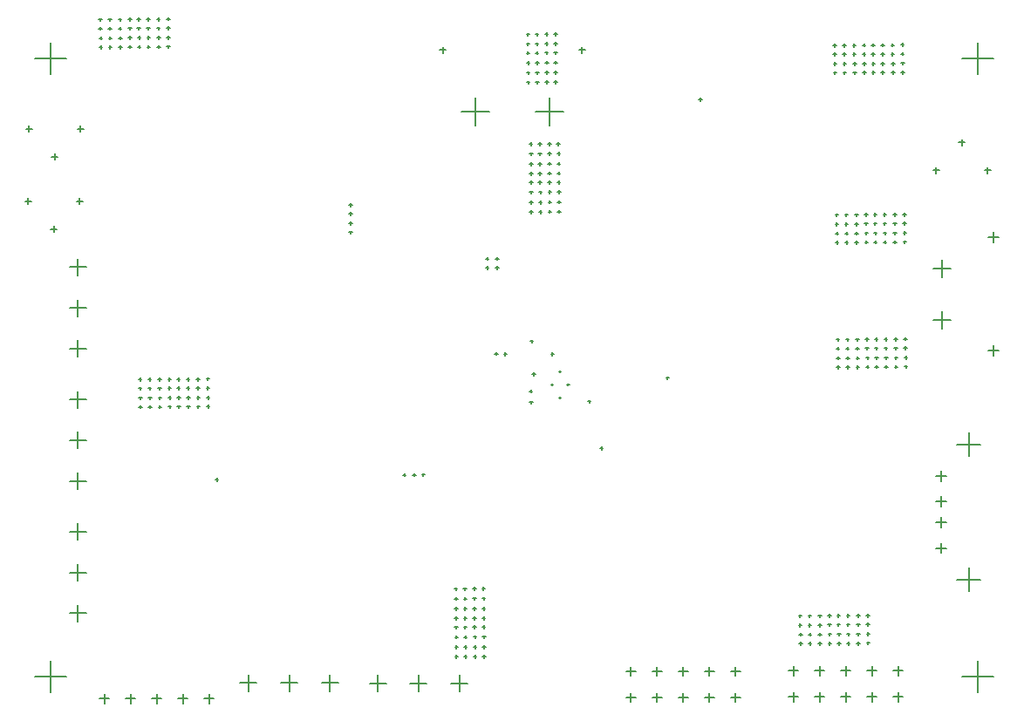
<source format=gbr>
%TF.GenerationSoftware,Altium Limited,Altium Designer,22.5.1 (42)*%
G04 Layer_Color=128*
%FSLAX44Y44*%
%MOMM*%
%TF.SameCoordinates,B102F14A-A54C-4FC6-BF91-0F17097562DF*%
%TF.FilePolarity,Positive*%
%TF.FileFunction,Drillmap*%
%TF.Part,Single*%
G01*
G75*
%TA.AperFunction,NonConductor*%
%ADD72C,0.1270*%
D72*
X407000Y46250D02*
X424000D01*
X415500Y37750D02*
Y54750D01*
X407000Y96250D02*
X424000D01*
X415500Y87750D02*
Y104750D01*
X460500Y16250D02*
X470500D01*
X465500Y11250D02*
Y21250D01*
X460500Y126250D02*
X470500D01*
X465500Y121250D02*
Y131250D01*
X43750Y-3750D02*
X45750D01*
X44750Y-4750D02*
Y-2750D01*
X43750Y-29250D02*
X45750D01*
X44750Y-30250D02*
Y-28250D01*
X36000Y-16500D02*
X38000D01*
X37000Y-17500D02*
Y-15500D01*
X51500Y-16500D02*
X53500D01*
X52500Y-17500D02*
Y-15500D01*
X-431500Y-238700D02*
X-415500D01*
X-423500Y-246700D02*
Y-230700D01*
X-431500Y-159500D02*
X-415500D01*
X-423500Y-167500D02*
Y-151500D01*
X-431500Y-199100D02*
X-415500D01*
X-423500Y-207100D02*
Y-191100D01*
X-431500Y18300D02*
X-415500D01*
X-423500Y10300D02*
Y26300D01*
X-431500Y97500D02*
X-415500D01*
X-423500Y89500D02*
Y105500D01*
X-431500Y57900D02*
X-415500D01*
X-423500Y49900D02*
Y65900D01*
X-449750Y134500D02*
X-443750D01*
X-446750Y131500D02*
Y137500D01*
X-474750Y161500D02*
X-468750D01*
X-471750Y158500D02*
Y164500D01*
X-424750Y161500D02*
X-418750D01*
X-421750Y158500D02*
Y164500D01*
X-449000Y204750D02*
X-443000D01*
X-446000Y201750D02*
Y207750D01*
X-474000Y231750D02*
X-468000D01*
X-471000Y228750D02*
Y234750D01*
X-424000Y231750D02*
X-418000D01*
X-421000Y228750D02*
Y234750D01*
X108800Y-320400D02*
X117800D01*
X113300Y-324900D02*
Y-315900D01*
X108800Y-295000D02*
X117800D01*
X113300Y-299500D02*
Y-290500D01*
X159600Y-320400D02*
X168600D01*
X164100Y-324900D02*
Y-315900D01*
X159600Y-295000D02*
X168600D01*
X164100Y-299500D02*
Y-290500D01*
X210400Y-320400D02*
X219400D01*
X214900Y-324900D02*
Y-315900D01*
X185000Y-320400D02*
X194000D01*
X189500Y-324900D02*
Y-315900D01*
X185000Y-295000D02*
X194000D01*
X189500Y-299500D02*
Y-290500D01*
X210400Y-295000D02*
X219400D01*
X214900Y-299500D02*
Y-290500D01*
X134200Y-295000D02*
X143200D01*
X138700Y-299500D02*
Y-290500D01*
X134200Y-320400D02*
X143200D01*
X138700Y-324900D02*
Y-315900D01*
X409400Y-130300D02*
X419400D01*
X414400Y-135300D02*
Y-125300D01*
X409400Y-105300D02*
X419400D01*
X414400Y-110300D02*
Y-100300D01*
X409400Y-150300D02*
X419400D01*
X414400Y-155300D02*
Y-145300D01*
X409400Y-175300D02*
X419400D01*
X414400Y-180300D02*
Y-170300D01*
X430000Y-206000D02*
X453000D01*
X441500Y-217500D02*
Y-194500D01*
X430000Y-74600D02*
X453000D01*
X441500Y-86100D02*
Y-63100D01*
X431750Y218500D02*
X437750D01*
X434750Y215500D02*
Y221500D01*
X456750Y191500D02*
X462750D01*
X459750Y188500D02*
Y194500D01*
X406750Y191500D02*
X412750D01*
X409750Y188500D02*
Y194500D01*
X-51000Y248250D02*
X-24000D01*
X-37500Y234750D02*
Y261750D01*
X21000Y248250D02*
X48000D01*
X34500Y234750D02*
Y261750D01*
X-72000Y308250D02*
X-66000D01*
X-69000Y305250D02*
Y311250D01*
X63000Y308250D02*
X69000D01*
X66000Y305250D02*
Y311250D01*
X-431500Y-110200D02*
X-415500D01*
X-423500Y-118200D02*
Y-102200D01*
X-431500Y-31000D02*
X-415500D01*
X-423500Y-39000D02*
Y-23000D01*
X-431500Y-70600D02*
X-415500D01*
X-423500Y-78600D02*
Y-62600D01*
X292000Y-319900D02*
X301000D01*
X296500Y-324400D02*
Y-315400D01*
X292000Y-294500D02*
X301000D01*
X296500Y-299000D02*
Y-290000D01*
X368200Y-294500D02*
X377200D01*
X372700Y-299000D02*
Y-290000D01*
X342800Y-294500D02*
X351800D01*
X347300Y-299000D02*
Y-290000D01*
X342800Y-319900D02*
X351800D01*
X347300Y-324400D02*
Y-315400D01*
X368200Y-319900D02*
X377200D01*
X372700Y-324400D02*
Y-315400D01*
X317400Y-294500D02*
X326400D01*
X321900Y-299000D02*
Y-290000D01*
X317400Y-319900D02*
X326400D01*
X321900Y-324400D02*
Y-315400D01*
X266600Y-294500D02*
X275600D01*
X271100Y-299000D02*
Y-290000D01*
X266600Y-319900D02*
X275600D01*
X271100Y-324400D02*
Y-315400D01*
X-402300Y-321500D02*
X-393300D01*
X-397800Y-326000D02*
Y-317000D01*
X-351500Y-321500D02*
X-342500D01*
X-347000Y-326000D02*
Y-317000D01*
X-326100Y-321500D02*
X-317100D01*
X-321600Y-326000D02*
Y-317000D01*
X-300700Y-321500D02*
X-291700D01*
X-296200Y-326000D02*
Y-317000D01*
X-376900Y-321500D02*
X-367900D01*
X-372400Y-326000D02*
Y-317000D01*
X-465000Y300000D02*
X-435000D01*
X-450000Y285000D02*
Y315000D01*
X435000Y300000D02*
X465000D01*
X450000Y285000D02*
Y315000D01*
X-465000Y-300000D02*
X-435000D01*
X-450000Y-315000D02*
Y-285000D01*
X435000Y-300000D02*
X465000D01*
X450000Y-315000D02*
Y-285000D01*
X-226250Y-306250D02*
X-210250D01*
X-218250Y-314250D02*
Y-298250D01*
X-265850Y-306250D02*
X-249850D01*
X-257850Y-314250D02*
Y-298250D01*
X-186650Y-306250D02*
X-170650D01*
X-178650Y-314250D02*
Y-298250D01*
X-100750Y-306500D02*
X-84750D01*
X-92750Y-314500D02*
Y-298500D01*
X-140350Y-306500D02*
X-124350D01*
X-132350Y-314500D02*
Y-298500D01*
X-61150Y-306500D02*
X-45150D01*
X-53150Y-314500D02*
Y-298500D01*
X-290000Y-108750D02*
X-287000D01*
X-288500Y-110250D02*
Y-107250D01*
X-39750Y-243250D02*
X-36750D01*
X-38250Y-244750D02*
Y-241750D01*
X-31000Y-243250D02*
X-28000D01*
X-29500Y-244750D02*
Y-241750D01*
X-49000Y-243500D02*
X-46000D01*
X-47500Y-245000D02*
Y-242000D01*
X-57750Y-243500D02*
X-54750D01*
X-56250Y-245000D02*
Y-242000D01*
X-39750Y-234000D02*
X-36750D01*
X-38250Y-235500D02*
Y-232500D01*
X-31000Y-234000D02*
X-28000D01*
X-29500Y-235500D02*
Y-232500D01*
X-49000Y-234250D02*
X-46000D01*
X-47500Y-235750D02*
Y-232750D01*
X-57750Y-234250D02*
X-54750D01*
X-56250Y-235750D02*
Y-232750D01*
X-39750Y-224250D02*
X-36750D01*
X-38250Y-225750D02*
Y-222750D01*
X-31000Y-224250D02*
X-28000D01*
X-29500Y-225750D02*
Y-222750D01*
X-49000Y-224500D02*
X-46000D01*
X-47500Y-226000D02*
Y-223000D01*
X-57750Y-224500D02*
X-54750D01*
X-56250Y-226000D02*
Y-223000D01*
X-40000Y-214750D02*
X-37000D01*
X-38500Y-216250D02*
Y-213250D01*
X-31250Y-214750D02*
X-28250D01*
X-29750Y-216250D02*
Y-213250D01*
X-49250Y-215000D02*
X-46250D01*
X-47750Y-216500D02*
Y-213500D01*
X-58000Y-215000D02*
X-55000D01*
X-56500Y-216500D02*
Y-213500D01*
X-57750Y-252250D02*
X-54750D01*
X-56250Y-253750D02*
Y-250750D01*
X-49000Y-252250D02*
X-46000D01*
X-47500Y-253750D02*
Y-250750D01*
X-31000Y-252000D02*
X-28000D01*
X-29500Y-253500D02*
Y-250500D01*
X-39750Y-252000D02*
X-36750D01*
X-38250Y-253500D02*
Y-250500D01*
X-57500Y-261750D02*
X-54500D01*
X-56000Y-263250D02*
Y-260250D01*
X-48750Y-261750D02*
X-45750D01*
X-47250Y-263250D02*
Y-260250D01*
X-30750Y-261500D02*
X-27750D01*
X-29250Y-263000D02*
Y-260000D01*
X-39500Y-261500D02*
X-36500D01*
X-38000Y-263000D02*
Y-260000D01*
X-57500Y-271500D02*
X-54500D01*
X-56000Y-273000D02*
Y-270000D01*
X-48750Y-271500D02*
X-45750D01*
X-47250Y-273000D02*
Y-270000D01*
X-30750Y-271250D02*
X-27750D01*
X-29250Y-272750D02*
Y-269750D01*
X-39500Y-271250D02*
X-36500D01*
X-38000Y-272750D02*
Y-269750D01*
X-57500Y-280750D02*
X-54500D01*
X-56000Y-282250D02*
Y-279250D01*
X-48750Y-280750D02*
X-45750D01*
X-47250Y-282250D02*
Y-279250D01*
X-30750Y-280500D02*
X-27750D01*
X-29250Y-282000D02*
Y-279000D01*
X-39500Y-280500D02*
X-36500D01*
X-38000Y-282000D02*
Y-279000D01*
X-327000Y-29250D02*
X-324000D01*
X-325500Y-30750D02*
Y-27750D01*
X-327000Y-38000D02*
X-324000D01*
X-325500Y-39500D02*
Y-36500D01*
X-327250Y-20000D02*
X-324250D01*
X-325750Y-21500D02*
Y-18500D01*
X-327250Y-11250D02*
X-324250D01*
X-325750Y-12750D02*
Y-9750D01*
X-317750Y-29250D02*
X-314750D01*
X-316250Y-30750D02*
Y-27750D01*
X-317750Y-38000D02*
X-314750D01*
X-316250Y-39500D02*
Y-36500D01*
X-318000Y-20000D02*
X-315000D01*
X-316500Y-21500D02*
Y-18500D01*
X-318000Y-11250D02*
X-315000D01*
X-316500Y-12750D02*
Y-9750D01*
X-308000Y-29250D02*
X-305000D01*
X-306500Y-30750D02*
Y-27750D01*
X-308000Y-38000D02*
X-305000D01*
X-306500Y-39500D02*
Y-36500D01*
X-308250Y-20000D02*
X-305250D01*
X-306750Y-21500D02*
Y-18500D01*
X-308250Y-11250D02*
X-305250D01*
X-306750Y-12750D02*
Y-9750D01*
X-298500Y-29000D02*
X-295500D01*
X-297000Y-30500D02*
Y-27500D01*
X-298500Y-37750D02*
X-295500D01*
X-297000Y-39250D02*
Y-36250D01*
X-298750Y-19750D02*
X-295750D01*
X-297250Y-21250D02*
Y-18250D01*
X-298750Y-11000D02*
X-295750D01*
X-297250Y-12500D02*
Y-9500D01*
X-336000Y-11250D02*
X-333000D01*
X-334500Y-12750D02*
Y-9750D01*
X-336000Y-20000D02*
X-333000D01*
X-334500Y-21500D02*
Y-18500D01*
X-335750Y-38000D02*
X-332750D01*
X-334250Y-39500D02*
Y-36500D01*
X-335750Y-29250D02*
X-332750D01*
X-334250Y-30750D02*
Y-27750D01*
X-345500Y-11500D02*
X-342500D01*
X-344000Y-13000D02*
Y-10000D01*
X-345500Y-20250D02*
X-342500D01*
X-344000Y-21750D02*
Y-18750D01*
X-345250Y-38250D02*
X-342250D01*
X-343750Y-39750D02*
Y-36750D01*
X-345250Y-29500D02*
X-342250D01*
X-343750Y-31000D02*
Y-28000D01*
X-355250Y-11500D02*
X-352250D01*
X-353750Y-13000D02*
Y-10000D01*
X-355250Y-20250D02*
X-352250D01*
X-353750Y-21750D02*
Y-18750D01*
X-355000Y-38250D02*
X-352000D01*
X-353500Y-39750D02*
Y-36750D01*
X-355000Y-29500D02*
X-352000D01*
X-353500Y-31000D02*
Y-28000D01*
X-364500Y-11500D02*
X-361500D01*
X-363000Y-13000D02*
Y-10000D01*
X-364500Y-20250D02*
X-361500D01*
X-363000Y-21750D02*
Y-18750D01*
X-364250Y-38250D02*
X-361250D01*
X-362750Y-39750D02*
Y-36750D01*
X-364250Y-29500D02*
X-361250D01*
X-362750Y-31000D02*
Y-28000D01*
X41500Y217250D02*
X44500D01*
X43000Y215750D02*
Y218750D01*
X14750Y217000D02*
X17750D01*
X16250Y215500D02*
Y218500D01*
X23500Y217000D02*
X26500D01*
X25000Y215500D02*
Y218500D01*
X32750Y217250D02*
X35750D01*
X34250Y215750D02*
Y218750D01*
X15000Y207500D02*
X18000D01*
X16500Y206000D02*
Y209000D01*
X23750Y207500D02*
X26750D01*
X25250Y206000D02*
Y209000D01*
X41750Y207750D02*
X44750D01*
X43250Y206250D02*
Y209250D01*
X33000Y207750D02*
X36000D01*
X34500Y206250D02*
Y209250D01*
X15000Y197750D02*
X18000D01*
X16500Y196250D02*
Y199250D01*
X23750Y197750D02*
X26750D01*
X25250Y196250D02*
Y199250D01*
X41750Y198000D02*
X44750D01*
X43250Y196500D02*
Y199500D01*
X33000Y198000D02*
X36000D01*
X34500Y196500D02*
Y199500D01*
X33000Y180000D02*
X36000D01*
X34500Y178500D02*
Y181500D01*
X41750Y180000D02*
X44750D01*
X43250Y178500D02*
Y181500D01*
X23750Y179750D02*
X26750D01*
X25250Y178250D02*
Y181250D01*
X41750Y188750D02*
X44750D01*
X43250Y187250D02*
Y190250D01*
X15000Y179750D02*
X18000D01*
X16500Y178250D02*
Y181250D01*
X33250Y170500D02*
X36250D01*
X34750Y169000D02*
Y172000D01*
X42000Y170500D02*
X45000D01*
X43500Y169000D02*
Y172000D01*
X24000Y170250D02*
X27000D01*
X25500Y168750D02*
Y171750D01*
X15250Y170250D02*
X18250D01*
X16750Y168750D02*
Y171750D01*
X15000Y188500D02*
X18000D01*
X16500Y187000D02*
Y190000D01*
X23750Y188500D02*
X26750D01*
X25250Y187000D02*
Y190000D01*
X33000Y188750D02*
X36000D01*
X34500Y187250D02*
Y190250D01*
X24000Y151250D02*
X27000D01*
X25500Y149750D02*
Y152750D01*
X33250Y151500D02*
X36250D01*
X34750Y150000D02*
Y153000D01*
X42000Y151500D02*
X45000D01*
X43500Y150000D02*
Y153000D01*
X15250Y151250D02*
X18250D01*
X16750Y149750D02*
Y152750D01*
X33250Y160750D02*
X36250D01*
X34750Y159250D02*
Y162250D01*
X42000Y160750D02*
X45000D01*
X43500Y159250D02*
Y162250D01*
X24000Y160500D02*
X27000D01*
X25500Y159000D02*
Y162000D01*
X15250Y160500D02*
X18250D01*
X16750Y159000D02*
Y162000D01*
X-27500Y105750D02*
X-24500D01*
X-26000Y104250D02*
Y107250D01*
X-27500Y97000D02*
X-24500D01*
X-26000Y95500D02*
Y98500D01*
X-17750Y105750D02*
X-14750D01*
X-16250Y104250D02*
Y107250D01*
X-17750Y97000D02*
X-14750D01*
X-16250Y95500D02*
Y98500D01*
X83250Y-78500D02*
X86250D01*
X84750Y-80000D02*
Y-77000D01*
X30250Y277250D02*
X33250D01*
X31750Y275750D02*
Y278750D01*
X39000Y277250D02*
X42000D01*
X40500Y275750D02*
Y278750D01*
X21000Y277000D02*
X24000D01*
X22500Y275500D02*
Y278500D01*
X12250Y277000D02*
X15250D01*
X13750Y275500D02*
Y278500D01*
X30250Y286500D02*
X33250D01*
X31750Y285000D02*
Y288000D01*
X39000Y286500D02*
X42000D01*
X40500Y285000D02*
Y288000D01*
X21000Y286250D02*
X24000D01*
X22500Y284750D02*
Y287750D01*
X12250Y286250D02*
X15250D01*
X13750Y284750D02*
Y287750D01*
X30250Y296250D02*
X33250D01*
X31750Y294750D02*
Y297750D01*
X39000Y296250D02*
X42000D01*
X40500Y294750D02*
Y297750D01*
X21000Y296000D02*
X24000D01*
X22500Y294500D02*
Y297500D01*
X12250Y296000D02*
X15250D01*
X13750Y294500D02*
Y297500D01*
X30000Y305750D02*
X33000D01*
X31500Y304250D02*
Y307250D01*
X38750Y305750D02*
X41750D01*
X40250Y304250D02*
Y307250D01*
X20750Y305500D02*
X23750D01*
X22250Y304000D02*
Y307000D01*
X12000Y305500D02*
X15000D01*
X13500Y304000D02*
Y307000D01*
X12000Y323500D02*
X15000D01*
X13500Y322000D02*
Y325000D01*
X20750Y323500D02*
X23750D01*
X22250Y322000D02*
Y325000D01*
X38750Y323750D02*
X41750D01*
X40250Y322250D02*
Y325250D01*
X30000Y323750D02*
X33000D01*
X31500Y322250D02*
Y325250D01*
X12000Y314250D02*
X15000D01*
X13500Y312750D02*
Y315750D01*
X20750Y314250D02*
X23750D01*
X22250Y312750D02*
Y315750D01*
X38750Y314500D02*
X41750D01*
X40250Y313000D02*
Y316000D01*
X30000Y314500D02*
X33000D01*
X31500Y313000D02*
Y316000D01*
X-337000Y311750D02*
X-334000D01*
X-335500Y310250D02*
Y313250D01*
X-356250Y311500D02*
X-353250D01*
X-354750Y310000D02*
Y313000D01*
X-365500Y311500D02*
X-362500D01*
X-364000Y310000D02*
Y313000D01*
X-402750Y311250D02*
X-399750D01*
X-401250Y309750D02*
Y312750D01*
X-346500Y311500D02*
X-343500D01*
X-345000Y310000D02*
Y313000D01*
X-374250Y311500D02*
X-371250D01*
X-372750Y310000D02*
Y313000D01*
X-383750Y311250D02*
X-380750D01*
X-382250Y309750D02*
Y312750D01*
X-393500Y311250D02*
X-390500D01*
X-392000Y309750D02*
Y312750D01*
X-356500Y329500D02*
X-353500D01*
X-355000Y328000D02*
Y331000D01*
X-356250Y320250D02*
X-353250D01*
X-354750Y318750D02*
Y321750D01*
X-346500Y320250D02*
X-343500D01*
X-345000Y318750D02*
Y321750D01*
X-337000Y320500D02*
X-334000D01*
X-335500Y319000D02*
Y322000D01*
X-346750Y329500D02*
X-343750D01*
X-345250Y328000D02*
Y331000D01*
X-337250Y329750D02*
X-334250D01*
X-335750Y328250D02*
Y331250D01*
X-337250Y338500D02*
X-334250D01*
X-335750Y337000D02*
Y340000D01*
X-356500Y338250D02*
X-353500D01*
X-355000Y336750D02*
Y339750D01*
X-346750Y338250D02*
X-343750D01*
X-345250Y336750D02*
Y339750D01*
X-374500Y329500D02*
X-371500D01*
X-373000Y328000D02*
Y331000D01*
X-393750Y329250D02*
X-390750D01*
X-392250Y327750D02*
Y330750D01*
X-393500Y320000D02*
X-390500D01*
X-392000Y318500D02*
Y321500D01*
X-374250Y320250D02*
X-371250D01*
X-372750Y318750D02*
Y321750D01*
X-393750Y338000D02*
X-390750D01*
X-392250Y336500D02*
Y339500D01*
X-403000Y329250D02*
X-400000D01*
X-401500Y327750D02*
Y330750D01*
X-384000Y329250D02*
X-381000D01*
X-382500Y327750D02*
Y330750D01*
X-384000Y338000D02*
X-381000D01*
X-382500Y336500D02*
Y339500D01*
X-365750Y329500D02*
X-362750D01*
X-364250Y328000D02*
Y331000D01*
X-365750Y338250D02*
X-362750D01*
X-364250Y336750D02*
Y339750D01*
X-374500Y338250D02*
X-371500D01*
X-373000Y336750D02*
Y339750D01*
X-403000Y338000D02*
X-400000D01*
X-401500Y336500D02*
Y339500D01*
X-402750Y320000D02*
X-399750D01*
X-401250Y318500D02*
Y321500D01*
X-383750Y320000D02*
X-380750D01*
X-382250Y318500D02*
Y321500D01*
X-365500Y320250D02*
X-362500D01*
X-364000Y318750D02*
Y321750D01*
X359250Y18750D02*
X362250D01*
X360750Y17250D02*
Y20250D01*
X369000Y18750D02*
X372000D01*
X370500Y17250D02*
Y20250D01*
X359250Y27500D02*
X362250D01*
X360750Y26000D02*
Y29000D01*
X378500Y27750D02*
X381500D01*
X380000Y26250D02*
Y29250D01*
X378500Y19000D02*
X381500D01*
X380000Y17500D02*
Y20500D01*
X369000Y27500D02*
X372000D01*
X370500Y26000D02*
Y29000D01*
X369250Y750D02*
X372250D01*
X370750Y-750D02*
Y2250D01*
X359500Y9500D02*
X362500D01*
X361000Y8000D02*
Y11000D01*
X359500Y750D02*
X362500D01*
X361000Y-750D02*
Y2250D01*
X378750Y9750D02*
X381750D01*
X380250Y8250D02*
Y11250D01*
X378750Y1000D02*
X381750D01*
X380250Y-500D02*
Y2500D01*
X369250Y9500D02*
X372250D01*
X370750Y8000D02*
Y11000D01*
X350250Y9500D02*
X353250D01*
X351750Y8000D02*
Y11000D01*
X341500Y750D02*
X344500D01*
X343000Y-750D02*
Y2250D01*
X341500Y9500D02*
X344500D01*
X343000Y8000D02*
Y11000D01*
X341250Y18750D02*
X344250D01*
X342750Y17250D02*
Y20250D01*
X341250Y27500D02*
X344250D01*
X342750Y26000D02*
Y29000D01*
X350250Y750D02*
X353250D01*
X351750Y-750D02*
Y2250D01*
X350000Y27500D02*
X353000D01*
X351500Y26000D02*
Y29000D01*
X350000Y18750D02*
X353000D01*
X351500Y17250D02*
Y20250D01*
X332000Y500D02*
X335000D01*
X333500Y-1000D02*
Y2000D01*
X312750Y18500D02*
X315750D01*
X314250Y17000D02*
Y20000D01*
X322000Y18500D02*
X325000D01*
X323500Y17000D02*
Y20000D01*
X331750Y27250D02*
X334750D01*
X333250Y25750D02*
Y28750D01*
X313000Y9250D02*
X316000D01*
X314500Y7750D02*
Y10750D01*
X313000Y500D02*
X316000D01*
X314500Y-1000D02*
Y2000D01*
X322250Y9250D02*
X325250D01*
X323750Y7750D02*
Y10750D01*
X322000Y27250D02*
X325000D01*
X323500Y25750D02*
Y28750D01*
X331750Y18500D02*
X334750D01*
X333250Y17000D02*
Y20000D01*
X322250Y500D02*
X325250D01*
X323750Y-1000D02*
Y2000D01*
X332000Y9250D02*
X335000D01*
X333500Y7750D02*
Y10750D01*
X312750Y27250D02*
X315750D01*
X314250Y25750D02*
Y28750D01*
X310000Y295000D02*
X313000D01*
X311500Y293500D02*
Y296500D01*
X310000Y286250D02*
X313000D01*
X311500Y284750D02*
Y287750D01*
X309750Y304250D02*
X312750D01*
X311250Y302750D02*
Y305750D01*
X309750Y313000D02*
X312750D01*
X311250Y311500D02*
Y314500D01*
X319250Y295000D02*
X322250D01*
X320750Y293500D02*
Y296500D01*
X319250Y286250D02*
X322250D01*
X320750Y284750D02*
Y287750D01*
X319000Y304250D02*
X322000D01*
X320500Y302750D02*
Y305750D01*
X319000Y313000D02*
X322000D01*
X320500Y311500D02*
Y314500D01*
X329000Y295000D02*
X332000D01*
X330500Y293500D02*
Y296500D01*
X329000Y286250D02*
X332000D01*
X330500Y284750D02*
Y287750D01*
X328750Y304250D02*
X331750D01*
X330250Y302750D02*
Y305750D01*
X328750Y313000D02*
X331750D01*
X330250Y311500D02*
Y314500D01*
X338500Y295250D02*
X341500D01*
X340000Y293750D02*
Y296750D01*
X338500Y286500D02*
X341500D01*
X340000Y285000D02*
Y288000D01*
X338250Y304500D02*
X341250D01*
X339750Y303000D02*
Y306000D01*
X338250Y313250D02*
X341250D01*
X339750Y311750D02*
Y314750D01*
X375500Y313500D02*
X378500D01*
X377000Y312000D02*
Y315000D01*
X375500Y304750D02*
X378500D01*
X377000Y303250D02*
Y306250D01*
X375750Y286750D02*
X378750D01*
X377250Y285250D02*
Y288250D01*
X375750Y295500D02*
X378750D01*
X377250Y294000D02*
Y297000D01*
X366000Y313250D02*
X369000D01*
X367500Y311750D02*
Y314750D01*
X366000Y304500D02*
X369000D01*
X367500Y303000D02*
Y306000D01*
X366250Y286500D02*
X369250D01*
X367750Y285000D02*
Y288000D01*
X366250Y295250D02*
X369250D01*
X367750Y293750D02*
Y296750D01*
X356250Y313250D02*
X359250D01*
X357750Y311750D02*
Y314750D01*
X356250Y304500D02*
X359250D01*
X357750Y303000D02*
Y306000D01*
X356500Y286500D02*
X359500D01*
X358000Y285000D02*
Y288000D01*
X356500Y295250D02*
X359500D01*
X358000Y293750D02*
Y296750D01*
X347000Y313250D02*
X350000D01*
X348500Y311750D02*
Y314750D01*
X347000Y304500D02*
X350000D01*
X348500Y303000D02*
Y306000D01*
X347250Y286500D02*
X350250D01*
X348750Y285000D02*
Y288000D01*
X347250Y295250D02*
X350250D01*
X348750Y293750D02*
Y296750D01*
X312000Y130250D02*
X315000D01*
X313500Y128750D02*
Y131750D01*
X312000Y121500D02*
X315000D01*
X313500Y120000D02*
Y123000D01*
X311750Y139500D02*
X314750D01*
X313250Y138000D02*
Y141000D01*
X311750Y148250D02*
X314750D01*
X313250Y146750D02*
Y149750D01*
X321250Y130250D02*
X324250D01*
X322750Y128750D02*
Y131750D01*
X321250Y121500D02*
X324250D01*
X322750Y120000D02*
Y123000D01*
X321000Y139500D02*
X324000D01*
X322500Y138000D02*
Y141000D01*
X321000Y148250D02*
X324000D01*
X322500Y146750D02*
Y149750D01*
X331000Y130250D02*
X334000D01*
X332500Y128750D02*
Y131750D01*
X331000Y121500D02*
X334000D01*
X332500Y120000D02*
Y123000D01*
X330750Y139500D02*
X333750D01*
X332250Y138000D02*
Y141000D01*
X330750Y148250D02*
X333750D01*
X332250Y146750D02*
Y149750D01*
X340500Y130500D02*
X343500D01*
X342000Y129000D02*
Y132000D01*
X340500Y121750D02*
X343500D01*
X342000Y120250D02*
Y123250D01*
X340250Y139750D02*
X343250D01*
X341750Y138250D02*
Y141250D01*
X340250Y148500D02*
X343250D01*
X341750Y147000D02*
Y150000D01*
X377500Y148750D02*
X380500D01*
X379000Y147250D02*
Y150250D01*
X377500Y140000D02*
X380500D01*
X379000Y138500D02*
Y141500D01*
X377750Y122000D02*
X380750D01*
X379250Y120500D02*
Y123500D01*
X377750Y130750D02*
X380750D01*
X379250Y129250D02*
Y132250D01*
X368000Y148500D02*
X371000D01*
X369500Y147000D02*
Y150000D01*
X368000Y139750D02*
X371000D01*
X369500Y138250D02*
Y141250D01*
X368250Y121750D02*
X371250D01*
X369750Y120250D02*
Y123250D01*
X368250Y130500D02*
X371250D01*
X369750Y129000D02*
Y132000D01*
X358250Y148500D02*
X361250D01*
X359750Y147000D02*
Y150000D01*
X358250Y139750D02*
X361250D01*
X359750Y138250D02*
Y141250D01*
X358500Y121750D02*
X361500D01*
X360000Y120250D02*
Y123250D01*
X358500Y130500D02*
X361500D01*
X360000Y129000D02*
Y132000D01*
X349000Y148500D02*
X352000D01*
X350500Y147000D02*
Y150000D01*
X349000Y139750D02*
X352000D01*
X350500Y138250D02*
Y141250D01*
X349250Y121750D02*
X352250D01*
X350750Y120250D02*
Y123250D01*
X349250Y130500D02*
X352250D01*
X350750Y129000D02*
Y132000D01*
X313750Y-259000D02*
X316750D01*
X315250Y-260500D02*
Y-257500D01*
X313750Y-267750D02*
X316750D01*
X315250Y-269250D02*
Y-266250D01*
X313500Y-249750D02*
X316500D01*
X315000Y-251250D02*
Y-248250D01*
X313500Y-241000D02*
X316500D01*
X315000Y-242500D02*
Y-239500D01*
X323000Y-259000D02*
X326000D01*
X324500Y-260500D02*
Y-257500D01*
X323000Y-267750D02*
X326000D01*
X324500Y-269250D02*
Y-266250D01*
X322750Y-249750D02*
X325750D01*
X324250Y-251250D02*
Y-248250D01*
X322750Y-241000D02*
X325750D01*
X324250Y-242500D02*
Y-239500D01*
X332750Y-259000D02*
X335750D01*
X334250Y-260500D02*
Y-257500D01*
X332750Y-267750D02*
X335750D01*
X334250Y-269250D02*
Y-266250D01*
X332500Y-249750D02*
X335500D01*
X334000Y-251250D02*
Y-248250D01*
X332500Y-241000D02*
X335500D01*
X334000Y-242500D02*
Y-239500D01*
X342250Y-258750D02*
X345250D01*
X343750Y-260250D02*
Y-257250D01*
X342250Y-267500D02*
X345250D01*
X343750Y-269000D02*
Y-266000D01*
X342000Y-249500D02*
X345000D01*
X343500Y-251000D02*
Y-248000D01*
X342000Y-240750D02*
X345000D01*
X343500Y-242250D02*
Y-239250D01*
X304750Y-241000D02*
X307750D01*
X306250Y-242500D02*
Y-239500D01*
X304750Y-249750D02*
X307750D01*
X306250Y-251250D02*
Y-248250D01*
X305000Y-267750D02*
X308000D01*
X306500Y-269250D02*
Y-266250D01*
X305000Y-259000D02*
X308000D01*
X306500Y-260500D02*
Y-257500D01*
X295250Y-241250D02*
X298250D01*
X296750Y-242750D02*
Y-239750D01*
X295250Y-250000D02*
X298250D01*
X296750Y-251500D02*
Y-248500D01*
X295500Y-268000D02*
X298500D01*
X297000Y-269500D02*
Y-266500D01*
X295500Y-259250D02*
X298500D01*
X297000Y-260750D02*
Y-257750D01*
X285500Y-241250D02*
X288500D01*
X287000Y-242750D02*
Y-239750D01*
X285500Y-250000D02*
X288500D01*
X287000Y-251500D02*
Y-248500D01*
X285750Y-268000D02*
X288750D01*
X287250Y-269500D02*
Y-266500D01*
X285750Y-259250D02*
X288750D01*
X287250Y-260750D02*
Y-257750D01*
X276250Y-241250D02*
X279250D01*
X277750Y-242750D02*
Y-239750D01*
X276250Y-250000D02*
X279250D01*
X277750Y-251500D02*
Y-248500D01*
X276500Y-268000D02*
X279500D01*
X278000Y-269500D02*
Y-266500D01*
X276500Y-259250D02*
X279500D01*
X278000Y-260750D02*
Y-257750D01*
X35750Y13000D02*
X38750D01*
X37250Y11500D02*
Y14500D01*
X147500Y-10000D02*
X150500D01*
X149000Y-11500D02*
Y-8500D01*
X71500Y-33000D02*
X74500D01*
X73000Y-34500D02*
Y-31500D01*
X-89500Y-104000D02*
X-86500D01*
X-88000Y-105500D02*
Y-102500D01*
X-98250Y-104250D02*
X-95250D01*
X-96750Y-105750D02*
Y-102750D01*
X-108000Y-104250D02*
X-105000D01*
X-106500Y-105750D02*
Y-102750D01*
X15250Y-33750D02*
X18250D01*
X16750Y-35250D02*
Y-32250D01*
X14694Y-23043D02*
X17694D01*
X16194Y-24543D02*
Y-21543D01*
X17796Y-6366D02*
X20796D01*
X19296Y-7866D02*
Y-4866D01*
X-9917Y13142D02*
X-6917D01*
X-8417Y11642D02*
Y14642D01*
X-18667Y13392D02*
X-15667D01*
X-17167Y11892D02*
Y14892D01*
X15500Y25500D02*
X18500D01*
X17000Y24000D02*
Y27000D01*
X178750Y260250D02*
X182750D01*
X180750Y258250D02*
Y262250D01*
X-160000Y140000D02*
X-157000D01*
X-158500Y138500D02*
Y141500D01*
X-160000Y131250D02*
X-157000D01*
X-158500Y129750D02*
Y132750D01*
X-160250Y149250D02*
X-157250D01*
X-158750Y147750D02*
Y150750D01*
X-160250Y158000D02*
X-157250D01*
X-158750Y156500D02*
Y159500D01*
%TF.MD5,d311798532124326305f5a451bf6b44b*%
M02*

</source>
